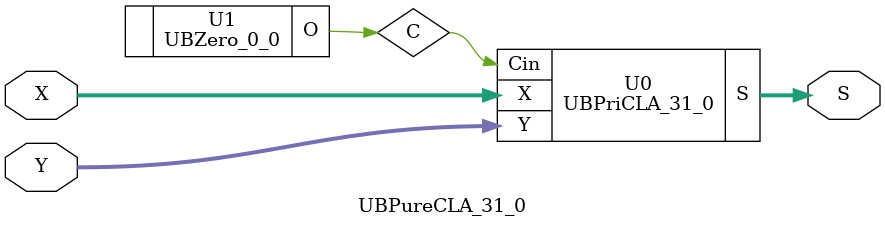
<source format=v>
/*----------------------------------------------------------------------------
  Copyright (c) 2021 Homma laboratory. All rights reserved.

  Top module: UBCLA_31_0_31_0

  Operand-1 length: 32
  Operand-2 length: 32
  Two-operand addition algorithm: Carry look-ahead adder
----------------------------------------------------------------------------*/

module GPGenerator(Go, Po, A, B);
  output Go;
  output Po;
  input A;
  input B;
  assign Go = A & B;
  assign Po = A ^ B;
endmodule

module CLAUnit_32(C, G, P, Cin);
  output [32:1] C;
  input Cin;
  input [31:0] G;
  input [31:0] P;
  assign C[1] = G[0] | ( P[0] & Cin );
  assign C[2] = G[1] | ( P[1] & G[0] ) | ( P[1] & P[0] & Cin );
  assign C[3] = G[2] | ( P[2] & G[1] ) | ( P[2] & P[1] & G[0] ) | ( P[2] & P[1] & P[0] & Cin );
  assign C[4] = G[3] | ( P[3] & G[2] ) | ( P[3] & P[2] & G[1] ) | ( P[3] & P[2] & P[1] & G[0] ) | ( P[3] & P[2] & P[1] & P[0] & Cin );
  assign C[5] = G[4] | ( P[4] & G[3] ) | ( P[4] & P[3] & G[2] ) | ( P[4] & P[3] & P[2] & G[1] ) | ( P[4] & P[3] & P[2] & P[1] & G[0] ) | ( P[4] & P[3] & P[2] & P[1] & P[0] & Cin );
  assign C[6] = G[5] | ( P[5] & G[4] ) | ( P[5] & P[4] & G[3] ) | ( P[5] & P[4] & P[3] & G[2] ) | ( P[5] & P[4] & P[3] & P[2] & G[1] ) | ( P[5] & P[4] & P[3] & P[2] & P[1] & G[0] ) | ( P[5] & P[4] & P[3]
 & P[2] & P[1] & P[0] & Cin );
  assign C[7] = G[6] | ( P[6] & G[5] ) | ( P[6] & P[5] & G[4] ) | ( P[6] & P[5] & P[4] & G[3] ) | ( P[6] & P[5] & P[4] & P[3] & G[2] ) | ( P[6] & P[5] & P[4] & P[3] & P[2] & G[1] ) | ( P[6] & P[5] & P[4]
 & P[3] & P[2] & P[1] & G[0] ) | ( P[6] & P[5] & P[4] & P[3] & P[2] & P[1] & P[0] & Cin );
  assign C[8] = G[7] | ( P[7] & G[6] ) | ( P[7] & P[6] & G[5] ) | ( P[7] & P[6] & P[5] & G[4] ) | ( P[7] & P[6] & P[5] & P[4] & G[3] ) | ( P[7] & P[6] & P[5] & P[4] & P[3] & G[2] ) | ( P[7] & P[6] & P[5]
 & P[4] & P[3] & P[2] & G[1] ) | ( P[7] & P[6] & P[5] & P[4] & P[3] & P[2] & P[1] & G[0] ) | ( P[7] & P[6] & P[5] & P[4] & P[3] & P[2] & P[1] & P[0] & Cin );
  assign C[9] = G[8] | ( P[8] & G[7] ) | ( P[8] & P[7] & G[6] ) | ( P[8] & P[7] & P[6] & G[5] ) | ( P[8] & P[7] & P[6] & P[5] & G[4] ) | ( P[8] & P[7] & P[6] & P[5] & P[4] & G[3] ) | ( P[8] & P[7] & P[6]
 & P[5] & P[4] & P[3] & G[2] ) | ( P[8] & P[7] & P[6] & P[5] & P[4] & P[3] & P[2] & G[1] ) | ( P[8] & P[7] & P[6] & P[5] & P[4] & P[3] & P[2] & P[1] & G[0] ) | ( P[8] & P[7] & P[6] & P[5] & P[4] & P[3]
 & P[2] & P[1] & P[0] & Cin );
  assign C[10] = G[9] | ( P[9] & G[8] ) | ( P[9] & P[8] & G[7] ) | ( P[9] & P[8] & P[7] & G[6] ) | ( P[9] & P[8] & P[7] & P[6] & G[5] ) | ( P[9] & P[8] & P[7] & P[6] & P[5] & G[4] ) | ( P[9] & P[8] & P[7]
 & P[6] & P[5] & P[4] & G[3] ) | ( P[9] & P[8] & P[7] & P[6] & P[5] & P[4] & P[3] & G[2] ) | ( P[9] & P[8] & P[7] & P[6] & P[5] & P[4] & P[3] & P[2] & G[1] ) | ( P[9] & P[8] & P[7] & P[6] & P[5] & P[4]
 & P[3] & P[2] & P[1] & G[0] ) | ( P[9] & P[8] & P[7] & P[6] & P[5] & P[4] & P[3] & P[2] & P[1] & P[0] & Cin );
  assign C[11] = G[10] | ( P[10] & G[9] ) | ( P[10] & P[9] & G[8] ) | ( P[10] & P[9] & P[8] & G[7] ) | ( P[10] & P[9] & P[8] & P[7] & G[6] ) | ( P[10] & P[9] & P[8] & P[7] & P[6] & G[5] ) | ( P[10] & P[9]
 & P[8] & P[7] & P[6] & P[5] & G[4] ) | ( P[10] & P[9] & P[8] & P[7] & P[6] & P[5] & P[4] & G[3] ) | ( P[10] & P[9] & P[8] & P[7] & P[6] & P[5] & P[4] & P[3] & G[2] ) | ( P[10] & P[9] & P[8] & P[7] & P[6]
 & P[5] & P[4] & P[3] & P[2] & G[1] ) | ( P[10] & P[9] & P[8] & P[7] & P[6] & P[5] & P[4] & P[3] & P[2] & P[1] & G[0] ) | ( P[10] & P[9] & P[8] & P[7] & P[6] & P[5] & P[4] & P[3] & P[2] & P[1] & P[0] &
 Cin );
  assign C[12] = G[11] | ( P[11] & G[10] ) | ( P[11] & P[10] & G[9] ) | ( P[11] & P[10] & P[9] & G[8] ) | ( P[11] & P[10] & P[9] & P[8] & G[7] ) | ( P[11] & P[10] & P[9] & P[8] & P[7] & G[6] ) | ( P[11]
 & P[10] & P[9] & P[8] & P[7] & P[6] & G[5] ) | ( P[11] & P[10] & P[9] & P[8] & P[7] & P[6] & P[5] & G[4] ) | ( P[11] & P[10] & P[9] & P[8] & P[7] & P[6] & P[5] & P[4] & G[3] ) | ( P[11] & P[10] & P[9]
 & P[8] & P[7] & P[6] & P[5] & P[4] & P[3] & G[2] ) | ( P[11] & P[10] & P[9] & P[8] & P[7] & P[6] & P[5] & P[4] & P[3] & P[2] & G[1] ) | ( P[11] & P[10] & P[9] & P[8] & P[7] & P[6] & P[5] & P[4] & P[3]
 & P[2] & P[1] & G[0] ) | ( P[11] & P[10] & P[9] & P[8] & P[7] & P[6] & P[5] & P[4] & P[3] & P[2] & P[1] & P[0] & Cin );
  assign C[13] = G[12] | ( P[12] & G[11] ) | ( P[12] & P[11] & G[10] ) | ( P[12] & P[11] & P[10] & G[9] ) | ( P[12] & P[11] & P[10] & P[9] & G[8] ) | ( P[12] & P[11] & P[10] & P[9] & P[8] & G[7] ) | ( P[12]
 & P[11] & P[10] & P[9] & P[8] & P[7] & G[6] ) | ( P[12] & P[11] & P[10] & P[9] & P[8] & P[7] & P[6] & G[5] ) | ( P[12] & P[11] & P[10] & P[9] & P[8] & P[7] & P[6] & P[5] & G[4] ) | ( P[12] & P[11] & P[10]
 & P[9] & P[8] & P[7] & P[6] & P[5] & P[4] & G[3] ) | ( P[12] & P[11] & P[10] & P[9] & P[8] & P[7] & P[6] & P[5] & P[4] & P[3] & G[2] ) | ( P[12] & P[11] & P[10] & P[9] & P[8] & P[7] & P[6] & P[5] & P[4]
 & P[3] & P[2] & G[1] ) | ( P[12] & P[11] & P[10] & P[9] & P[8] & P[7] & P[6] & P[5] & P[4] & P[3] & P[2] & P[1] & G[0] ) | ( P[12] & P[11] & P[10] & P[9] & P[8] & P[7] & P[6] & P[5] & P[4] & P[3] & P[2]
 & P[1] & P[0] & Cin );
  assign C[14] = G[13] | ( P[13] & G[12] ) | ( P[13] & P[12] & G[11] ) | ( P[13] & P[12] & P[11] & G[10] ) | ( P[13] & P[12] & P[11] & P[10] & G[9] ) | ( P[13] & P[12] & P[11] & P[10] & P[9] & G[8] ) |
 ( P[13] & P[12] & P[11] & P[10] & P[9] & P[8] & G[7] ) | ( P[13] & P[12] & P[11] & P[10] & P[9] & P[8] & P[7] & G[6] ) | ( P[13] & P[12] & P[11] & P[10] & P[9] & P[8] & P[7] & P[6] & G[5] ) | ( P[13] &
 P[12] & P[11] & P[10] & P[9] & P[8] & P[7] & P[6] & P[5] & G[4] ) | ( P[13] & P[12] & P[11] & P[10] & P[9] & P[8] & P[7] & P[6] & P[5] & P[4] & G[3] ) | ( P[13] & P[12] & P[11] & P[10] & P[9] & P[8] &
 P[7] & P[6] & P[5] & P[4] & P[3] & G[2] ) | ( P[13] & P[12] & P[11] & P[10] & P[9] & P[8] & P[7] & P[6] & P[5] & P[4] & P[3] & P[2] & G[1] ) | ( P[13] & P[12] & P[11] & P[10] & P[9] & P[8] & P[7] & P[6]
 & P[5] & P[4] & P[3] & P[2] & P[1] & G[0] ) | ( P[13] & P[12] & P[11] & P[10] & P[9] & P[8] & P[7] & P[6] & P[5] & P[4] & P[3] & P[2] & P[1] & P[0] & Cin );
  assign C[15] = G[14] | ( P[14] & G[13] ) | ( P[14] & P[13] & G[12] ) | ( P[14] & P[13] & P[12] & G[11] ) | ( P[14] & P[13] & P[12] & P[11] & G[10] ) | ( P[14] & P[13] & P[12] & P[11] & P[10] & G[9] )
 | ( P[14] & P[13] & P[12] & P[11] & P[10] & P[9] & G[8] ) | ( P[14] & P[13] & P[12] & P[11] & P[10] & P[9] & P[8] & G[7] ) | ( P[14] & P[13] & P[12] & P[11] & P[10] & P[9] & P[8] & P[7] & G[6] ) | ( P[14]
 & P[13] & P[12] & P[11] & P[10] & P[9] & P[8] & P[7] & P[6] & G[5] ) | ( P[14] & P[13] & P[12] & P[11] & P[10] & P[9] & P[8] & P[7] & P[6] & P[5] & G[4] ) | ( P[14] & P[13] & P[12] & P[11] & P[10] & P[9]
 & P[8] & P[7] & P[6] & P[5] & P[4] & G[3] ) | ( P[14] & P[13] & P[12] & P[11] & P[10] & P[9] & P[8] & P[7] & P[6] & P[5] & P[4] & P[3] & G[2] ) | ( P[14] & P[13] & P[12] & P[11] & P[10] & P[9] & P[8] &
 P[7] & P[6] & P[5] & P[4] & P[3] & P[2] & G[1] ) | ( P[14] & P[13] & P[12] & P[11] & P[10] & P[9] & P[8] & P[7] & P[6] & P[5] & P[4] & P[3] & P[2] & P[1] & G[0] ) | ( P[14] & P[13] & P[12] & P[11] & P[10]
 & P[9] & P[8] & P[7] & P[6] & P[5] & P[4] & P[3] & P[2] & P[1] & P[0] & Cin );
  assign C[16] = G[15] | ( P[15] & G[14] ) | ( P[15] & P[14] & G[13] ) | ( P[15] & P[14] & P[13] & G[12] ) | ( P[15] & P[14] & P[13] & P[12] & G[11] ) | ( P[15] & P[14] & P[13] & P[12] & P[11] & G[10] )
 | ( P[15] & P[14] & P[13] & P[12] & P[11] & P[10] & G[9] ) | ( P[15] & P[14] & P[13] & P[12] & P[11] & P[10] & P[9] & G[8] ) | ( P[15] & P[14] & P[13] & P[12] & P[11] & P[10] & P[9] & P[8] & G[7] ) | (
 P[15] & P[14] & P[13] & P[12] & P[11] & P[10] & P[9] & P[8] & P[7] & G[6] ) | ( P[15] & P[14] & P[13] & P[12] & P[11] & P[10] & P[9] & P[8] & P[7] & P[6] & G[5] ) | ( P[15] & P[14] & P[13] & P[12] & P[11]
 & P[10] & P[9] & P[8] & P[7] & P[6] & P[5] & G[4] ) | ( P[15] & P[14] & P[13] & P[12] & P[11] & P[10] & P[9] & P[8] & P[7] & P[6] & P[5] & P[4] & G[3] ) | ( P[15] & P[14] & P[13] & P[12] & P[11] & P[10]
 & P[9] & P[8] & P[7] & P[6] & P[5] & P[4] & P[3] & G[2] ) | ( P[15] & P[14] & P[13] & P[12] & P[11] & P[10] & P[9] & P[8] & P[7] & P[6] & P[5] & P[4] & P[3] & P[2] & G[1] ) | ( P[15] & P[14] & P[13] &
 P[12] & P[11] & P[10] & P[9] & P[8] & P[7] & P[6] & P[5] & P[4] & P[3] & P[2] & P[1] & G[0] ) | ( P[15] & P[14] & P[13] & P[12] & P[11] & P[10] & P[9] & P[8] & P[7] & P[6] & P[5] & P[4] & P[3] & P[2] &
 P[1] & P[0] & Cin );
  assign C[17] = G[16] | ( P[16] & G[15] ) | ( P[16] & P[15] & G[14] ) | ( P[16] & P[15] & P[14] & G[13] ) | ( P[16] & P[15] & P[14] & P[13] & G[12] ) | ( P[16] & P[15] & P[14] & P[13] & P[12] & G[11] )
 | ( P[16] & P[15] & P[14] & P[13] & P[12] & P[11] & G[10] ) | ( P[16] & P[15] & P[14] & P[13] & P[12] & P[11] & P[10] & G[9] ) | ( P[16] & P[15] & P[14] & P[13] & P[12] & P[11] & P[10] & P[9] & G[8] )
 | ( P[16] & P[15] & P[14] & P[13] & P[12] & P[11] & P[10] & P[9] & P[8] & G[7] ) | ( P[16] & P[15] & P[14] & P[13] & P[12] & P[11] & P[10] & P[9] & P[8] & P[7] & G[6] ) | ( P[16] & P[15] & P[14] & P[13]
 & P[12] & P[11] & P[10] & P[9] & P[8] & P[7] & P[6] & G[5] ) | ( P[16] & P[15] & P[14] & P[13] & P[12] & P[11] & P[10] & P[9] & P[8] & P[7] & P[6] & P[5] & G[4] ) | ( P[16] & P[15] & P[14] & P[13] & P[12]
 & P[11] & P[10] & P[9] & P[8] & P[7] & P[6] & P[5] & P[4] & G[3] ) | ( P[16] & P[15] & P[14] & P[13] & P[12] & P[11] & P[10] & P[9] & P[8] & P[7] & P[6] & P[5] & P[4] & P[3] & G[2] ) | ( P[16] & P[15]
 & P[14] & P[13] & P[12] & P[11] & P[10] & P[9] & P[8] & P[7] & P[6] & P[5] & P[4] & P[3] & P[2] & G[1] ) | ( P[16] & P[15] & P[14] & P[13] & P[12] & P[11] & P[10] & P[9] & P[8] & P[7] & P[6] & P[5] & P[4]
 & P[3] & P[2] & P[1] & G[0] ) | ( P[16] & P[15] & P[14] & P[13] & P[12] & P[11] & P[10] & P[9] & P[8] & P[7] & P[6] & P[5] & P[4] & P[3] & P[2] & P[1] & P[0] & Cin );
  assign C[18] = G[17] | ( P[17] & G[16] ) | ( P[17] & P[16] & G[15] ) | ( P[17] & P[16] & P[15] & G[14] ) | ( P[17] & P[16] & P[15] & P[14] & G[13] ) | ( P[17] & P[16] & P[15] & P[14] & P[13] & G[12] )
 | ( P[17] & P[16] & P[15] & P[14] & P[13] & P[12] & G[11] ) | ( P[17] & P[16] & P[15] & P[14] & P[13] & P[12] & P[11] & G[10] ) | ( P[17] & P[16] & P[15] & P[14] & P[13] & P[12] & P[11] & P[10] & G[9]
 ) | ( P[17] & P[16] & P[15] & P[14] & P[13] & P[12] & P[11] & P[10] & P[9] & G[8] ) | ( P[17] & P[16] & P[15] & P[14] & P[13] & P[12] & P[11] & P[10] & P[9] & P[8] & G[7] ) | ( P[17] & P[16] & P[15] &
 P[14] & P[13] & P[12] & P[11] & P[10] & P[9] & P[8] & P[7] & G[6] ) | ( P[17] & P[16] & P[15] & P[14] & P[13] & P[12] & P[11] & P[10] & P[9] & P[8] & P[7] & P[6] & G[5] ) | ( P[17] & P[16] & P[15] & P[14]
 & P[13] & P[12] & P[11] & P[10] & P[9] & P[8] & P[7] & P[6] & P[5] & G[4] ) | ( P[17] & P[16] & P[15] & P[14] & P[13] & P[12] & P[11] & P[10] & P[9] & P[8] & P[7] & P[6] & P[5] & P[4] & G[3] ) | ( P[17]
 & P[16] & P[15] & P[14] & P[13] & P[12] & P[11] & P[10] & P[9] & P[8] & P[7] & P[6] & P[5] & P[4] & P[3] & G[2] ) | ( P[17] & P[16] & P[15] & P[14] & P[13] & P[12] & P[11] & P[10] & P[9] & P[8] & P[7]
 & P[6] & P[5] & P[4] & P[3] & P[2] & G[1] ) | ( P[17] & P[16] & P[15] & P[14] & P[13] & P[12] & P[11] & P[10] & P[9] & P[8] & P[7] & P[6] & P[5] & P[4] & P[3] & P[2] & P[1] & G[0] ) | ( P[17] & P[16] &
 P[15] & P[14] & P[13] & P[12] & P[11] & P[10] & P[9] & P[8] & P[7] & P[6] & P[5] & P[4] & P[3] & P[2] & P[1] & P[0] & Cin );
  assign C[19] = G[18] | ( P[18] & G[17] ) | ( P[18] & P[17] & G[16] ) | ( P[18] & P[17] & P[16] & G[15] ) | ( P[18] & P[17] & P[16] & P[15] & G[14] ) | ( P[18] & P[17] & P[16] & P[15] & P[14] & G[13] )
 | ( P[18] & P[17] & P[16] & P[15] & P[14] & P[13] & G[12] ) | ( P[18] & P[17] & P[16] & P[15] & P[14] & P[13] & P[12] & G[11] ) | ( P[18] & P[17] & P[16] & P[15] & P[14] & P[13] & P[12] & P[11] & G[10]
 ) | ( P[18] & P[17] & P[16] & P[15] & P[14] & P[13] & P[12] & P[11] & P[10] & G[9] ) | ( P[18] & P[17] & P[16] & P[15] & P[14] & P[13] & P[12] & P[11] & P[10] & P[9] & G[8] ) | ( P[18] & P[17] & P[16]
 & P[15] & P[14] & P[13] & P[12] & P[11] & P[10] & P[9] & P[8] & G[7] ) | ( P[18] & P[17] & P[16] & P[15] & P[14] & P[13] & P[12] & P[11] & P[10] & P[9] & P[8] & P[7] & G[6] ) | ( P[18] & P[17] & P[16]
 & P[15] & P[14] & P[13] & P[12] & P[11] & P[10] & P[9] & P[8] & P[7] & P[6] & G[5] ) | ( P[18] & P[17] & P[16] & P[15] & P[14] & P[13] & P[12] & P[11] & P[10] & P[9] & P[8] & P[7] & P[6] & P[5] & G[4]
 ) | ( P[18] & P[17] & P[16] & P[15] & P[14] & P[13] & P[12] & P[11] & P[10] & P[9] & P[8] & P[7] & P[6] & P[5] & P[4] & G[3] ) | ( P[18] & P[17] & P[16] & P[15] & P[14] & P[13] & P[12] & P[11] & P[10]
 & P[9] & P[8] & P[7] & P[6] & P[5] & P[4] & P[3] & G[2] ) | ( P[18] & P[17] & P[16] & P[15] & P[14] & P[13] & P[12] & P[11] & P[10] & P[9] & P[8] & P[7] & P[6] & P[5] & P[4] & P[3] & P[2] & G[1] ) | (
 P[18] & P[17] & P[16] & P[15] & P[14] & P[13] & P[12] & P[11] & P[10] & P[9] & P[8] & P[7] & P[6] & P[5] & P[4] & P[3] & P[2] & P[1] & G[0] ) | ( P[18] & P[17] & P[16] & P[15] & P[14] & P[13] & P[12] &
 P[11] & P[10] & P[9] & P[8] & P[7] & P[6] & P[5] & P[4] & P[3] & P[2] & P[1] & P[0] & Cin );
  assign C[20] = G[19] | ( P[19] & G[18] ) | ( P[19] & P[18] & G[17] ) | ( P[19] & P[18] & P[17] & G[16] ) | ( P[19] & P[18] & P[17] & P[16] & G[15] ) | ( P[19] & P[18] & P[17] & P[16] & P[15] & G[14] )
 | ( P[19] & P[18] & P[17] & P[16] & P[15] & P[14] & G[13] ) | ( P[19] & P[18] & P[17] & P[16] & P[15] & P[14] & P[13] & G[12] ) | ( P[19] & P[18] & P[17] & P[16] & P[15] & P[14] & P[13] & P[12] & G[11]
 ) | ( P[19] & P[18] & P[17] & P[16] & P[15] & P[14] & P[13] & P[12] & P[11] & G[10] ) | ( P[19] & P[18] & P[17] & P[16] & P[15] & P[14] & P[13] & P[12] & P[11] & P[10] & G[9] ) | ( P[19] & P[18] & P[17]
 & P[16] & P[15] & P[14] & P[13] & P[12] & P[11] & P[10] & P[9] & G[8] ) | ( P[19] & P[18] & P[17] & P[16] & P[15] & P[14] & P[13] & P[12] & P[11] & P[10] & P[9] & P[8] & G[7] ) | ( P[19] & P[18] & P[17]
 & P[16] & P[15] & P[14] & P[13] & P[12] & P[11] & P[10] & P[9] & P[8] & P[7] & G[6] ) | ( P[19] & P[18] & P[17] & P[16] & P[15] & P[14] & P[13] & P[12] & P[11] & P[10] & P[9] & P[8] & P[7] & P[6] & G[5]
 ) | ( P[19] & P[18] & P[17] & P[16] & P[15] & P[14] & P[13] & P[12] & P[11] & P[10] & P[9] & P[8] & P[7] & P[6] & P[5] & G[4] ) | ( P[19] & P[18] & P[17] & P[16] & P[15] & P[14] & P[13] & P[12] & P[11]
 & P[10] & P[9] & P[8] & P[7] & P[6] & P[5] & P[4] & G[3] ) | ( P[19] & P[18] & P[17] & P[16] & P[15] & P[14] & P[13] & P[12] & P[11] & P[10] & P[9] & P[8] & P[7] & P[6] & P[5] & P[4] & P[3] & G[2] ) |
 ( P[19] & P[18] & P[17] & P[16] & P[15] & P[14] & P[13] & P[12] & P[11] & P[10] & P[9] & P[8] & P[7] & P[6] & P[5] & P[4] & P[3] & P[2] & G[1] ) | ( P[19] & P[18] & P[17] & P[16] & P[15] & P[14] & P[13]
 & P[12] & P[11] & P[10] & P[9] & P[8] & P[7] & P[6] & P[5] & P[4] & P[3] & P[2] & P[1] & G[0] ) | ( P[19] & P[18] & P[17] & P[16] & P[15] & P[14] & P[13] & P[12] & P[11] & P[10] & P[9] & P[8] & P[7] &
 P[6] & P[5] & P[4] & P[3] & P[2] & P[1] & P[0] & Cin );
  assign C[21] = G[20] | ( P[20] & G[19] ) | ( P[20] & P[19] & G[18] ) | ( P[20] & P[19] & P[18] & G[17] ) | ( P[20] & P[19] & P[18] & P[17] & G[16] ) | ( P[20] & P[19] & P[18] & P[17] & P[16] & G[15] )
 | ( P[20] & P[19] & P[18] & P[17] & P[16] & P[15] & G[14] ) | ( P[20] & P[19] & P[18] & P[17] & P[16] & P[15] & P[14] & G[13] ) | ( P[20] & P[19] & P[18] & P[17] & P[16] & P[15] & P[14] & P[13] & G[12]
 ) | ( P[20] & P[19] & P[18] & P[17] & P[16] & P[15] & P[14] & P[13] & P[12] & G[11] ) | ( P[20] & P[19] & P[18] & P[17] & P[16] & P[15] & P[14] & P[13] & P[12] & P[11] & G[10] ) | ( P[20] & P[19] & P[18]
 & P[17] & P[16] & P[15] & P[14] & P[13] & P[12] & P[11] & P[10] & G[9] ) | ( P[20] & P[19] & P[18] & P[17] & P[16] & P[15] & P[14] & P[13] & P[12] & P[11] & P[10] & P[9] & G[8] ) | ( P[20] & P[19] & P[18]
 & P[17] & P[16] & P[15] & P[14] & P[13] & P[12] & P[11] & P[10] & P[9] & P[8] & G[7] ) | ( P[20] & P[19] & P[18] & P[17] & P[16] & P[15] & P[14] & P[13] & P[12] & P[11] & P[10] & P[9] & P[8] & P[7] & G[6]
 ) | ( P[20] & P[19] & P[18] & P[17] & P[16] & P[15] & P[14] & P[13] & P[12] & P[11] & P[10] & P[9] & P[8] & P[7] & P[6] & G[5] ) | ( P[20] & P[19] & P[18] & P[17] & P[16] & P[15] & P[14] & P[13] & P[12]
 & P[11] & P[10] & P[9] & P[8] & P[7] & P[6] & P[5] & G[4] ) | ( P[20] & P[19] & P[18] & P[17] & P[16] & P[15] & P[14] & P[13] & P[12] & P[11] & P[10] & P[9] & P[8] & P[7] & P[6] & P[5] & P[4] & G[3] )
 | ( P[20] & P[19] & P[18] & P[17] & P[16] & P[15] & P[14] & P[13] & P[12] & P[11] & P[10] & P[9] & P[8] & P[7] & P[6] & P[5] & P[4] & P[3] & G[2] ) | ( P[20] & P[19] & P[18] & P[17] & P[16] & P[15] & P[14]
 & P[13] & P[12] & P[11] & P[10] & P[9] & P[8] & P[7] & P[6] & P[5] & P[4] & P[3] & P[2] & G[1] ) | ( P[20] & P[19] & P[18] & P[17] & P[16] & P[15] & P[14] & P[13] & P[12] & P[11] & P[10] & P[9] & P[8]
 & P[7] & P[6] & P[5] & P[4] & P[3] & P[2] & P[1] & G[0] ) | ( P[20] & P[19] & P[18] & P[17] & P[16] & P[15] & P[14] & P[13] & P[12] & P[11] & P[10] & P[9] & P[8] & P[7] & P[6] & P[5] & P[4] & P[3] & P[2]
 & P[1] & P[0] & Cin );
  assign C[22] = G[21] | ( P[21] & G[20] ) | ( P[21] & P[20] & G[19] ) | ( P[21] & P[20] & P[19] & G[18] ) | ( P[21] & P[20] & P[19] & P[18] & G[17] ) | ( P[21] & P[20] & P[19] & P[18] & P[17] & G[16] )
 | ( P[21] & P[20] & P[19] & P[18] & P[17] & P[16] & G[15] ) | ( P[21] & P[20] & P[19] & P[18] & P[17] & P[16] & P[15] & G[14] ) | ( P[21] & P[20] & P[19] & P[18] & P[17] & P[16] & P[15] & P[14] & G[13]
 ) | ( P[21] & P[20] & P[19] & P[18] & P[17] & P[16] & P[15] & P[14] & P[13] & G[12] ) | ( P[21] & P[20] & P[19] & P[18] & P[17] & P[16] & P[15] & P[14] & P[13] & P[12] & G[11] ) | ( P[21] & P[20] & P[19]
 & P[18] & P[17] & P[16] & P[15] & P[14] & P[13] & P[12] & P[11] & G[10] ) | ( P[21] & P[20] & P[19] & P[18] & P[17] & P[16] & P[15] & P[14] & P[13] & P[12] & P[11] & P[10] & G[9] ) | ( P[21] & P[20] &
 P[19] & P[18] & P[17] & P[16] & P[15] & P[14] & P[13] & P[12] & P[11] & P[10] & P[9] & G[8] ) | ( P[21] & P[20] & P[19] & P[18] & P[17] & P[16] & P[15] & P[14] & P[13] & P[12] & P[11] & P[10] & P[9] &
 P[8] & G[7] ) | ( P[21] & P[20] & P[19] & P[18] & P[17] & P[16] & P[15] & P[14] & P[13] & P[12] & P[11] & P[10] & P[9] & P[8] & P[7] & G[6] ) | ( P[21] & P[20] & P[19] & P[18] & P[17] & P[16] & P[15] &
 P[14] & P[13] & P[12] & P[11] & P[10] & P[9] & P[8] & P[7] & P[6] & G[5] ) | ( P[21] & P[20] & P[19] & P[18] & P[17] & P[16] & P[15] & P[14] & P[13] & P[12] & P[11] & P[10] & P[9] & P[8] & P[7] & P[6]
 & P[5] & G[4] ) | ( P[21] & P[20] & P[19] & P[18] & P[17] & P[16] & P[15] & P[14] & P[13] & P[12] & P[11] & P[10] & P[9] & P[8] & P[7] & P[6] & P[5] & P[4] & G[3] ) | ( P[21] & P[20] & P[19] & P[18] &
 P[17] & P[16] & P[15] & P[14] & P[13] & P[12] & P[11] & P[10] & P[9] & P[8] & P[7] & P[6] & P[5] & P[4] & P[3] & G[2] ) | ( P[21] & P[20] & P[19] & P[18] & P[17] & P[16] & P[15] & P[14] & P[13] & P[12]
 & P[11] & P[10] & P[9] & P[8] & P[7] & P[6] & P[5] & P[4] & P[3] & P[2] & G[1] ) | ( P[21] & P[20] & P[19] & P[18] & P[17] & P[16] & P[15] & P[14] & P[13] & P[12] & P[11] & P[10] & P[9] & P[8] & P[7] &
 P[6] & P[5] & P[4] & P[3] & P[2] & P[1] & G[0] ) | ( P[21] & P[20] & P[19] & P[18] & P[17] & P[16] & P[15] & P[14] & P[13] & P[12] & P[11] & P[10] & P[9] & P[8] & P[7] & P[6] & P[5] & P[4] & P[3] & P[2]
 & P[1] & P[0] & Cin );
  assign C[23] = G[22] | ( P[22] & G[21] ) | ( P[22] & P[21] & G[20] ) | ( P[22] & P[21] & P[20] & G[19] ) | ( P[22] & P[21] & P[20] & P[19] & G[18] ) | ( P[22] & P[21] & P[20] & P[19] & P[18] & G[17] )
 | ( P[22] & P[21] & P[20] & P[19] & P[18] & P[17] & G[16] ) | ( P[22] & P[21] & P[20] & P[19] & P[18] & P[17] & P[16] & G[15] ) | ( P[22] & P[21] & P[20] & P[19] & P[18] & P[17] & P[16] & P[15] & G[14]
 ) | ( P[22] & P[21] & P[20] & P[19] & P[18] & P[17] & P[16] & P[15] & P[14] & G[13] ) | ( P[22] & P[21] & P[20] & P[19] & P[18] & P[17] & P[16] & P[15] & P[14] & P[13] & G[12] ) | ( P[22] & P[21] & P[20]
 & P[19] & P[18] & P[17] & P[16] & P[15] & P[14] & P[13] & P[12] & G[11] ) | ( P[22] & P[21] & P[20] & P[19] & P[18] & P[17] & P[16] & P[15] & P[14] & P[13] & P[12] & P[11] & G[10] ) | ( P[22] & P[21] &
 P[20] & P[19] & P[18] & P[17] & P[16] & P[15] & P[14] & P[13] & P[12] & P[11] & P[10] & G[9] ) | ( P[22] & P[21] & P[20] & P[19] & P[18] & P[17] & P[16] & P[15] & P[14] & P[13] & P[12] & P[11] & P[10]
 & P[9] & G[8] ) | ( P[22] & P[21] & P[20] & P[19] & P[18] & P[17] & P[16] & P[15] & P[14] & P[13] & P[12] & P[11] & P[10] & P[9] & P[8] & G[7] ) | ( P[22] & P[21] & P[20] & P[19] & P[18] & P[17] & P[16]
 & P[15] & P[14] & P[13] & P[12] & P[11] & P[10] & P[9] & P[8] & P[7] & G[6] ) | ( P[22] & P[21] & P[20] & P[19] & P[18] & P[17] & P[16] & P[15] & P[14] & P[13] & P[12] & P[11] & P[10] & P[9] & P[8] & P[7]
 & P[6] & G[5] ) | ( P[22] & P[21] & P[20] & P[19] & P[18] & P[17] & P[16] & P[15] & P[14] & P[13] & P[12] & P[11] & P[10] & P[9] & P[8] & P[7] & P[6] & P[5] & G[4] ) | ( P[22] & P[21] & P[20] & P[19] &
 P[18] & P[17] & P[16] & P[15] & P[14] & P[13] & P[12] & P[11] & P[10] & P[9] & P[8] & P[7] & P[6] & P[5] & P[4] & G[3] ) | ( P[22] & P[21] & P[20] & P[19] & P[18] & P[17] & P[16] & P[15] & P[14] & P[13]
 & P[12] & P[11] & P[10] & P[9] & P[8] & P[7] & P[6] & P[5] & P[4] & P[3] & G[2] ) | ( P[22] & P[21] & P[20] & P[19] & P[18] & P[17] & P[16] & P[15] & P[14] & P[13] & P[12] & P[11] & P[10] & P[9] & P[8]
 & P[7] & P[6] & P[5] & P[4] & P[3] & P[2] & G[1] ) | ( P[22] & P[21] & P[20] & P[19] & P[18] & P[17] & P[16] & P[15] & P[14] & P[13] & P[12] & P[11] & P[10] & P[9] & P[8] & P[7] & P[6] & P[5] & P[4] &
 P[3] & P[2] & P[1] & G[0] ) | ( P[22] & P[21] & P[20] & P[19] & P[18] & P[17] & P[16] & P[15] & P[14] & P[13] & P[12] & P[11] & P[10] & P[9] & P[8] & P[7] & P[6] & P[5] & P[4] & P[3] & P[2] & P[1] & P[0]
 & Cin );
  assign C[24] = G[23] | ( P[23] & G[22] ) | ( P[23] & P[22] & G[21] ) | ( P[23] & P[22] & P[21] & G[20] ) | ( P[23] & P[22] & P[21] & P[20] & G[19] ) | ( P[23] & P[22] & P[21] & P[20] & P[19] & G[18] )
 | ( P[23] & P[22] & P[21] & P[20] & P[19] & P[18] & G[17] ) | ( P[23] & P[22] & P[21] & P[20] & P[19] & P[18] & P[17] & G[16] ) | ( P[23] & P[22] & P[21] & P[20] & P[19] & P[18] & P[17] & P[16] & G[15]
 ) | ( P[23] & P[22] & P[21] & P[20] & P[19] & P[18] & P[17] & P[16] & P[15] & G[14] ) | ( P[23] & P[22] & P[21] & P[20] & P[19] & P[18] & P[17] & P[16] & P[15] & P[14] & G[13] ) | ( P[23] & P[22] & P[21]
 & P[20] & P[19] & P[18] & P[17] & P[16] & P[15] & P[14] & P[13] & G[12] ) | ( P[23] & P[22] & P[21] & P[20] & P[19] & P[18] & P[17] & P[16] & P[15] & P[14] & P[13] & P[12] & G[11] ) | ( P[23] & P[22] &
 P[21] & P[20] & P[19] & P[18] & P[17] & P[16] & P[15] & P[14] & P[13] & P[12] & P[11] & G[10] ) | ( P[23] & P[22] & P[21] & P[20] & P[19] & P[18] & P[17] & P[16] & P[15] & P[14] & P[13] & P[12] & P[11]
 & P[10] & G[9] ) | ( P[23] & P[22] & P[21] & P[20] & P[19] & P[18] & P[17] & P[16] & P[15] & P[14] & P[13] & P[12] & P[11] & P[10] & P[9] & G[8] ) | ( P[23] & P[22] & P[21] & P[20] & P[19] & P[18] & P[17]
 & P[16] & P[15] & P[14] & P[13] & P[12] & P[11] & P[10] & P[9] & P[8] & G[7] ) | ( P[23] & P[22] & P[21] & P[20] & P[19] & P[18] & P[17] & P[16] & P[15] & P[14] & P[13] & P[12] & P[11] & P[10] & P[9] &
 P[8] & P[7] & G[6] ) | ( P[23] & P[22] & P[21] & P[20] & P[19] & P[18] & P[17] & P[16] & P[15] & P[14] & P[13] & P[12] & P[11] & P[10] & P[9] & P[8] & P[7] & P[6] & G[5] ) | ( P[23] & P[22] & P[21] & P[20]
 & P[19] & P[18] & P[17] & P[16] & P[15] & P[14] & P[13] & P[12] & P[11] & P[10] & P[9] & P[8] & P[7] & P[6] & P[5] & G[4] ) | ( P[23] & P[22] & P[21] & P[20] & P[19] & P[18] & P[17] & P[16] & P[15] & P[14]
 & P[13] & P[12] & P[11] & P[10] & P[9] & P[8] & P[7] & P[6] & P[5] & P[4] & G[3] ) | ( P[23] & P[22] & P[21] & P[20] & P[19] & P[18] & P[17] & P[16] & P[15] & P[14] & P[13] & P[12] & P[11] & P[10] & P[9]
 & P[8] & P[7] & P[6] & P[5] & P[4] & P[3] & G[2] ) | ( P[23] & P[22] & P[21] & P[20] & P[19] & P[18] & P[17] & P[16] & P[15] & P[14] & P[13] & P[12] & P[11] & P[10] & P[9] & P[8] & P[7] & P[6] & P[5] &
 P[4] & P[3] & P[2] & G[1] ) | ( P[23] & P[22] & P[21] & P[20] & P[19] & P[18] & P[17] & P[16] & P[15] & P[14] & P[13] & P[12] & P[11] & P[10] & P[9] & P[8] & P[7] & P[6] & P[5] & P[4] & P[3] & P[2] & P[1]
 & G[0] ) | ( P[23] & P[22] & P[21] & P[20] & P[19] & P[18] & P[17] & P[16] & P[15] & P[14] & P[13] & P[12] & P[11] & P[10] & P[9] & P[8] & P[7] & P[6] & P[5] & P[4] & P[3] & P[2] & P[1] & P[0] & Cin );
  assign C[25] = G[24] | ( P[24] & G[23] ) | ( P[24] & P[23] & G[22] ) | ( P[24] & P[23] & P[22] & G[21] ) | ( P[24] & P[23] & P[22] & P[21] & G[20] ) | ( P[24] & P[23] & P[22] & P[21] & P[20] & G[19] )
 | ( P[24] & P[23] & P[22] & P[21] & P[20] & P[19] & G[18] ) | ( P[24] & P[23] & P[22] & P[21] & P[20] & P[19] & P[18] & G[17] ) | ( P[24] & P[23] & P[22] & P[21] & P[20] & P[19] & P[18] & P[17] & G[16]
 ) | ( P[24] & P[23] & P[22] & P[21] & P[20] & P[19] & P[18] & P[17] & P[16] & G[15] ) | ( P[24] & P[23] & P[22] & P[21] & P[20] & P[19] & P[18] & P[17] & P[16] & P[15] & G[14] ) | ( P[24] & P[23] & P[22]
 & P[21] & P[20] & P[19] & P[18] & P[17] & P[16] & P[15] & P[14] & G[13] ) | ( P[24] & P[23] & P[22] & P[21] & P[20] & P[19] & P[18] & P[17] & P[16] & P[15] & P[14] & P[13] & G[12] ) | ( P[24] & P[23] &
 P[22] & P[21] & P[20] & P[19] & P[18] & P[17] & P[16] & P[15] & P[14] & P[13] & P[12] & G[11] ) | ( P[24] & P[23] & P[22] & P[21] & P[20] & P[19] & P[18] & P[17] & P[16] & P[15] & P[14] & P[13] & P[12]
 & P[11] & G[10] ) | ( P[24] & P[23] & P[22] & P[21] & P[20] & P[19] & P[18] & P[17] & P[16] & P[15] & P[14] & P[13] & P[12] & P[11] & P[10] & G[9] ) | ( P[24] & P[23] & P[22] & P[21] & P[20] & P[19] &
 P[18] & P[17] & P[16] & P[15] & P[14] & P[13] & P[12] & P[11] & P[10] & P[9] & G[8] ) | ( P[24] & P[23] & P[22] & P[21] & P[20] & P[19] & P[18] & P[17] & P[16] & P[15] & P[14] & P[13] & P[12] & P[11] &
 P[10] & P[9] & P[8] & G[7] ) | ( P[24] & P[23] & P[22] & P[21] & P[20] & P[19] & P[18] & P[17] & P[16] & P[15] & P[14] & P[13] & P[12] & P[11] & P[10] & P[9] & P[8] & P[7] & G[6] ) | ( P[24] & P[23] &
 P[22] & P[21] & P[20] & P[19] & P[18] & P[17] & P[16] & P[15] & P[14] & P[13] & P[12] & P[11] & P[10] & P[9] & P[8] & P[7] & P[6] & G[5] ) | ( P[24] & P[23] & P[22] & P[21] & P[20] & P[19] & P[18] & P[17]
 & P[16] & P[15] & P[14] & P[13] & P[12] & P[11] & P[10] & P[9] & P[8] & P[7] & P[6] & P[5] & G[4] ) | ( P[24] & P[23] & P[22] & P[21] & P[20] & P[19] & P[18] & P[17] & P[16] & P[15] & P[14] & P[13] & P[12]
 & P[11] & P[10] & P[9] & P[8] & P[7] & P[6] & P[5] & P[4] & G[3] ) | ( P[24] & P[23] & P[22] & P[21] & P[20] & P[19] & P[18] & P[17] & P[16] & P[15] & P[14] & P[13] & P[12] & P[11] & P[10] & P[9] & P[8]
 & P[7] & P[6] & P[5] & P[4] & P[3] & G[2] ) | ( P[24] & P[23] & P[22] & P[21] & P[20] & P[19] & P[18] & P[17] & P[16] & P[15] & P[14] & P[13] & P[12] & P[11] & P[10] & P[9] & P[8] & P[7] & P[6] & P[5]
 & P[4] & P[3] & P[2] & G[1] ) | ( P[24] & P[23] & P[22] & P[21] & P[20] & P[19] & P[18] & P[17] & P[16] & P[15] & P[14] & P[13] & P[12] & P[11] & P[10] & P[9] & P[8] & P[7] & P[6] & P[5] & P[4] & P[3]
 & P[2] & P[1] & G[0] ) | ( P[24] & P[23] & P[22] & P[21] & P[20] & P[19] & P[18] & P[17] & P[16] & P[15] & P[14] & P[13] & P[12] & P[11] & P[10] & P[9] & P[8] & P[7] & P[6] & P[5] & P[4] & P[3] & P[2]
 & P[1] & P[0] & Cin );
  assign C[26] = G[25] | ( P[25] & G[24] ) | ( P[25] & P[24] & G[23] ) | ( P[25] & P[24] & P[23] & G[22] ) | ( P[25] & P[24] & P[23] & P[22] & G[21] ) | ( P[25] & P[24] & P[23] & P[22] & P[21] & G[20] )
 | ( P[25] & P[24] & P[23] & P[22] & P[21] & P[20] & G[19] ) | ( P[25] & P[24] & P[23] & P[22] & P[21] & P[20] & P[19] & G[18] ) | ( P[25] & P[24] & P[23] & P[22] & P[21] & P[20] & P[19] & P[18] & G[17]
 ) | ( P[25] & P[24] & P[23] & P[22] & P[21] & P[20] & P[19] & P[18] & P[17] & G[16] ) | ( P[25] & P[24] & P[23] & P[22] & P[21] & P[20] & P[19] & P[18] & P[17] & P[16] & G[15] ) | ( P[25] & P[24] & P[23]
 & P[22] & P[21] & P[20] & P[19] & P[18] & P[17] & P[16] & P[15] & G[14] ) | ( P[25] & P[24] & P[23] & P[22] & P[21] & P[20] & P[19] & P[18] & P[17] & P[16] & P[15] & P[14] & G[13] ) | ( P[25] & P[24] &
 P[23] & P[22] & P[21] & P[20] & P[19] & P[18] & P[17] & P[16] & P[15] & P[14] & P[13] & G[12] ) | ( P[25] & P[24] & P[23] & P[22] & P[21] & P[20] & P[19] & P[18] & P[17] & P[16] & P[15] & P[14] & P[13]
 & P[12] & G[11] ) | ( P[25] & P[24] & P[23] & P[22] & P[21] & P[20] & P[19] & P[18] & P[17] & P[16] & P[15] & P[14] & P[13] & P[12] & P[11] & G[10] ) | ( P[25] & P[24] & P[23] & P[22] & P[21] & P[20] &
 P[19] & P[18] & P[17] & P[16] & P[15] & P[14] & P[13] & P[12] & P[11] & P[10] & G[9] ) | ( P[25] & P[24] & P[23] & P[22] & P[21] & P[20] & P[19] & P[18] & P[17] & P[16] & P[15] & P[14] & P[13] & P[12]
 & P[11] & P[10] & P[9] & G[8] ) | ( P[25] & P[24] & P[23] & P[22] & P[21] & P[20] & P[19] & P[18] & P[17] & P[16] & P[15] & P[14] & P[13] & P[12] & P[11] & P[10] & P[9] & P[8] & G[7] ) | ( P[25] & P[24]
 & P[23] & P[22] & P[21] & P[20] & P[19] & P[18] & P[17] & P[16] & P[15] & P[14] & P[13] & P[12] & P[11] & P[10] & P[9] & P[8] & P[7] & G[6] ) | ( P[25] & P[24] & P[23] & P[22] & P[21] & P[20] & P[19] &
 P[18] & P[17] & P[16] & P[15] & P[14] & P[13] & P[12] & P[11] & P[10] & P[9] & P[8] & P[7] & P[6] & G[5] ) | ( P[25] & P[24] & P[23] & P[22] & P[21] & P[20] & P[19] & P[18] & P[17] & P[16] & P[15] & P[14]
 & P[13] & P[12] & P[11] & P[10] & P[9] & P[8] & P[7] & P[6] & P[5] & G[4] ) | ( P[25] & P[24] & P[23] & P[22] & P[21] & P[20] & P[19] & P[18] & P[17] & P[16] & P[15] & P[14] & P[13] & P[12] & P[11] & P[10]
 & P[9] & P[8] & P[7] & P[6] & P[5] & P[4] & G[3] ) | ( P[25] & P[24] & P[23] & P[22] & P[21] & P[20] & P[19] & P[18] & P[17] & P[16] & P[15] & P[14] & P[13] & P[12] & P[11] & P[10] & P[9] & P[8] & P[7]
 & P[6] & P[5] & P[4] & P[3] & G[2] ) | ( P[25] & P[24] & P[23] & P[22] & P[21] & P[20] & P[19] & P[18] & P[17] & P[16] & P[15] & P[14] & P[13] & P[12] & P[11] & P[10] & P[9] & P[8] & P[7] & P[6] & P[5]
 & P[4] & P[3] & P[2] & G[1] ) | ( P[25] & P[24] & P[23] & P[22] & P[21] & P[20] & P[19] & P[18] & P[17] & P[16] & P[15] & P[14] & P[13] & P[12] & P[11] & P[10] & P[9] & P[8] & P[7] & P[6] & P[5] & P[4]
 & P[3] & P[2] & P[1] & G[0] ) | ( P[25] & P[24] & P[23] & P[22] & P[21] & P[20] & P[19] & P[18] & P[17] & P[16] & P[15] & P[14] & P[13] & P[12] & P[11] & P[10] & P[9] & P[8] & P[7] & P[6] & P[5] & P[4]
 & P[3] & P[2] & P[1] & P[0] & Cin );
  assign C[27] = G[26] | ( P[26] & G[25] ) | ( P[26] & P[25] & G[24] ) | ( P[26] & P[25] & P[24] & G[23] ) | ( P[26] & P[25] & P[24] & P[23] & G[22] ) | ( P[26] & P[25] & P[24] & P[23] & P[22] & G[21] )
 | ( P[26] & P[25] & P[24] & P[23] & P[22] & P[21] & G[20] ) | ( P[26] & P[25] & P[24] & P[23] & P[22] & P[21] & P[20] & G[19] ) | ( P[26] & P[25] & P[24] & P[23] & P[22] & P[21] & P[20] & P[19] & G[18]
 ) | ( P[26] & P[25] & P[24] & P[23] & P[22] & P[21] & P[20] & P[19] & P[18] & G[17] ) | ( P[26] & P[25] & P[24] & P[23] & P[22] & P[21] & P[20] & P[19] & P[18] & P[17] & G[16] ) | ( P[26] & P[25] & P[24]
 & P[23] & P[22] & P[21] & P[20] & P[19] & P[18] & P[17] & P[16] & G[15] ) | ( P[26] & P[25] & P[24] & P[23] & P[22] & P[21] & P[20] & P[19] & P[18] & P[17] & P[16] & P[15] & G[14] ) | ( P[26] & P[25] &
 P[24] & P[23] & P[22] & P[21] & P[20] & P[19] & P[18] & P[17] & P[16] & P[15] & P[14] & G[13] ) | ( P[26] & P[25] & P[24] & P[23] & P[22] & P[21] & P[20] & P[19] & P[18] & P[17] & P[16] & P[15] & P[14]
 & P[13] & G[12] ) | ( P[26] & P[25] & P[24] & P[23] & P[22] & P[21] & P[20] & P[19] & P[18] & P[17] & P[16] & P[15] & P[14] & P[13] & P[12] & G[11] ) | ( P[26] & P[25] & P[24] & P[23] & P[22] & P[21] &
 P[20] & P[19] & P[18] & P[17] & P[16] & P[15] & P[14] & P[13] & P[12] & P[11] & G[10] ) | ( P[26] & P[25] & P[24] & P[23] & P[22] & P[21] & P[20] & P[19] & P[18] & P[17] & P[16] & P[15] & P[14] & P[13]
 & P[12] & P[11] & P[10] & G[9] ) | ( P[26] & P[25] & P[24] & P[23] & P[22] & P[21] & P[20] & P[19] & P[18] & P[17] & P[16] & P[15] & P[14] & P[13] & P[12] & P[11] & P[10] & P[9] & G[8] ) | ( P[26] & P[25]
 & P[24] & P[23] & P[22] & P[21] & P[20] & P[19] & P[18] & P[17] & P[16] & P[15] & P[14] & P[13] & P[12] & P[11] & P[10] & P[9] & P[8] & G[7] ) | ( P[26] & P[25] & P[24] & P[23] & P[22] & P[21] & P[20]
 & P[19] & P[18] & P[17] & P[16] & P[15] & P[14] & P[13] & P[12] & P[11] & P[10] & P[9] & P[8] & P[7] & G[6] ) | ( P[26] & P[25] & P[24] & P[23] & P[22] & P[21] & P[20] & P[19] & P[18] & P[17] & P[16] &
 P[15] & P[14] & P[13] & P[12] & P[11] & P[10] & P[9] & P[8] & P[7] & P[6] & G[5] ) | ( P[26] & P[25] & P[24] & P[23] & P[22] & P[21] & P[20] & P[19] & P[18] & P[17] & P[16] & P[15] & P[14] & P[13] & P[12]
 & P[11] & P[10] & P[9] & P[8] & P[7] & P[6] & P[5] & G[4] ) | ( P[26] & P[25] & P[24] & P[23] & P[22] & P[21] & P[20] & P[19] & P[18] & P[17] & P[16] & P[15] & P[14] & P[13] & P[12] & P[11] & P[10] & P[9]
 & P[8] & P[7] & P[6] & P[5] & P[4] & G[3] ) | ( P[26] & P[25] & P[24] & P[23] & P[22] & P[21] & P[20] & P[19] & P[18] & P[17] & P[16] & P[15] & P[14] & P[13] & P[12] & P[11] & P[10] & P[9] & P[8] & P[7]
 & P[6] & P[5] & P[4] & P[3] & G[2] ) | ( P[26] & P[25] & P[24] & P[23] & P[22] & P[21] & P[20] & P[19] & P[18] & P[17] & P[16] & P[15] & P[14] & P[13] & P[12] & P[11] & P[10] & P[9] & P[8] & P[7] & P[6]
 & P[5] & P[4] & P[3] & P[2] & G[1] ) | ( P[26] & P[25] & P[24] & P[23] & P[22] & P[21] & P[20] & P[19] & P[18] & P[17] & P[16] & P[15] & P[14] & P[13] & P[12] & P[11] & P[10] & P[9] & P[8] & P[7] & P[6]
 & P[5] & P[4] & P[3] & P[2] & P[1] & G[0] ) | ( P[26] & P[25] & P[24] & P[23] & P[22] & P[21] & P[20] & P[19] & P[18] & P[17] & P[16] & P[15] & P[14] & P[13] & P[12] & P[11] & P[10] & P[9] & P[8] & P[7]
 & P[6] & P[5] & P[4] & P[3] & P[2] & P[1] & P[0] & Cin );
  assign C[28] = G[27] | ( P[27] & G[26] ) | ( P[27] & P[26] & G[25] ) | ( P[27] & P[26] & P[25] & G[24] ) | ( P[27] & P[26] & P[25] & P[24] & G[23] ) | ( P[27] & P[26] & P[25] & P[24] & P[23] & G[22] )
 | ( P[27] & P[26] & P[25] & P[24] & P[23] & P[22] & G[21] ) | ( P[27] & P[26] & P[25] & P[24] & P[23] & P[22] & P[21] & G[20] ) | ( P[27] & P[26] & P[25] & P[24] & P[23] & P[22] & P[21] & P[20] & G[19]
 ) | ( P[27] & P[26] & P[25] & P[24] & P[23] & P[22] & P[21] & P[20] & P[19] & G[18] ) | ( P[27] & P[26] & P[25] & P[24] & P[23] & P[22] & P[21] & P[20] & P[19] & P[18] & G[17] ) | ( P[27] & P[26] & P[25]
 & P[24] & P[23] & P[22] & P[21] & P[20] & P[19] & P[18] & P[17] & G[16] ) | ( P[27] & P[26] & P[25] & P[24] & P[23] & P[22] & P[21] & P[20] & P[19] & P[18] & P[17] & P[16] & G[15] ) | ( P[27] & P[26] &
 P[25] & P[24] & P[23] & P[22] & P[21] & P[20] & P[19] & P[18] & P[17] & P[16] & P[15] & G[14] ) | ( P[27] & P[26] & P[25] & P[24] & P[23] & P[22] & P[21] & P[20] & P[19] & P[18] & P[17] & P[16] & P[15]
 & P[14] & G[13] ) | ( P[27] & P[26] & P[25] & P[24] & P[23] & P[22] & P[21] & P[20] & P[19] & P[18] & P[17] & P[16] & P[15] & P[14] & P[13] & G[12] ) | ( P[27] & P[26] & P[25] & P[24] & P[23] & P[22] &
 P[21] & P[20] & P[19] & P[18] & P[17] & P[16] & P[15] & P[14] & P[13] & P[12] & G[11] ) | ( P[27] & P[26] & P[25] & P[24] & P[23] & P[22] & P[21] & P[20] & P[19] & P[18] & P[17] & P[16] & P[15] & P[14]
 & P[13] & P[12] & P[11] & G[10] ) | ( P[27] & P[26] & P[25] & P[24] & P[23] & P[22] & P[21] & P[20] & P[19] & P[18] & P[17] & P[16] & P[15] & P[14] & P[13] & P[12] & P[11] & P[10] & G[9] ) | ( P[27] &
 P[26] & P[25] & P[24] & P[23] & P[22] & P[21] & P[20] & P[19] & P[18] & P[17] & P[16] & P[15] & P[14] & P[13] & P[12] & P[11] & P[10] & P[9] & G[8] ) | ( P[27] & P[26] & P[25] & P[24] & P[23] & P[22] &
 P[21] & P[20] & P[19] & P[18] & P[17] & P[16] & P[15] & P[14] & P[13] & P[12] & P[11] & P[10] & P[9] & P[8] & G[7] ) | ( P[27] & P[26] & P[25] & P[24] & P[23] & P[22] & P[21] & P[20] & P[19] & P[18] &
 P[17] & P[16] & P[15] & P[14] & P[13] & P[12] & P[11] & P[10] & P[9] & P[8] & P[7] & G[6] ) | ( P[27] & P[26] & P[25] & P[24] & P[23] & P[22] & P[21] & P[20] & P[19] & P[18] & P[17] & P[16] & P[15] & P[14]
 & P[13] & P[12] & P[11] & P[10] & P[9] & P[8] & P[7] & P[6] & G[5] ) | ( P[27] & P[26] & P[25] & P[24] & P[23] & P[22] & P[21] & P[20] & P[19] & P[18] & P[17] & P[16] & P[15] & P[14] & P[13] & P[12] &
 P[11] & P[10] & P[9] & P[8] & P[7] & P[6] & P[5] & G[4] ) | ( P[27] & P[26] & P[25] & P[24] & P[23] & P[22] & P[21] & P[20] & P[19] & P[18] & P[17] & P[16] & P[15] & P[14] & P[13] & P[12] & P[11] & P[10]
 & P[9] & P[8] & P[7] & P[6] & P[5] & P[4] & G[3] ) | ( P[27] & P[26] & P[25] & P[24] & P[23] & P[22] & P[21] & P[20] & P[19] & P[18] & P[17] & P[16] & P[15] & P[14] & P[13] & P[12] & P[11] & P[10] & P[9]
 & P[8] & P[7] & P[6] & P[5] & P[4] & P[3] & G[2] ) | ( P[27] & P[26] & P[25] & P[24] & P[23] & P[22] & P[21] & P[20] & P[19] & P[18] & P[17] & P[16] & P[15] & P[14] & P[13] & P[12] & P[11] & P[10] & P[9]
 & P[8] & P[7] & P[6] & P[5] & P[4] & P[3] & P[2] & G[1] ) | ( P[27] & P[26] & P[25] & P[24] & P[23] & P[22] & P[21] & P[20] & P[19] & P[18] & P[17] & P[16] & P[15] & P[14] & P[13] & P[12] & P[11] & P[10]
 & P[9] & P[8] & P[7] & P[6] & P[5] & P[4] & P[3] & P[2] & P[1] & G[0] ) | ( P[27] & P[26] & P[25] & P[24] & P[23] & P[22] & P[21] & P[20] & P[19] & P[18] & P[17] & P[16] & P[15] & P[14] & P[13] & P[12]
 & P[11] & P[10] & P[9] & P[8] & P[7] & P[6] & P[5] & P[4] & P[3] & P[2] & P[1] & P[0] & Cin );
  assign C[29] = G[28] | ( P[28] & G[27] ) | ( P[28] & P[27] & G[26] ) | ( P[28] & P[27] & P[26] & G[25] ) | ( P[28] & P[27] & P[26] & P[25] & G[24] ) | ( P[28] & P[27] & P[26] & P[25] & P[24] & G[23] )
 | ( P[28] & P[27] & P[26] & P[25] & P[24] & P[23] & G[22] ) | ( P[28] & P[27] & P[26] & P[25] & P[24] & P[23] & P[22] & G[21] ) | ( P[28] & P[27] & P[26] & P[25] & P[24] & P[23] & P[22] & P[21] & G[20]
 ) | ( P[28] & P[27] & P[26] & P[25] & P[24] & P[23] & P[22] & P[21] & P[20] & G[19] ) | ( P[28] & P[27] & P[26] & P[25] & P[24] & P[23] & P[22] & P[21] & P[20] & P[19] & G[18] ) | ( P[28] & P[27] & P[26]
 & P[25] & P[24] & P[23] & P[22] & P[21] & P[20] & P[19] & P[18] & G[17] ) | ( P[28] & P[27] & P[26] & P[25] & P[24] & P[23] & P[22] & P[21] & P[20] & P[19] & P[18] & P[17] & G[16] ) | ( P[28] & P[27] &
 P[26] & P[25] & P[24] & P[23] & P[22] & P[21] & P[20] & P[19] & P[18] & P[17] & P[16] & G[15] ) | ( P[28] & P[27] & P[26] & P[25] & P[24] & P[23] & P[22] & P[21] & P[20] & P[19] & P[18] & P[17] & P[16]
 & P[15] & G[14] ) | ( P[28] & P[27] & P[26] & P[25] & P[24] & P[23] & P[22] & P[21] & P[20] & P[19] & P[18] & P[17] & P[16] & P[15] & P[14] & G[13] ) | ( P[28] & P[27] & P[26] & P[25] & P[24] & P[23] &
 P[22] & P[21] & P[20] & P[19] & P[18] & P[17] & P[16] & P[15] & P[14] & P[13] & G[12] ) | ( P[28] & P[27] & P[26] & P[25] & P[24] & P[23] & P[22] & P[21] & P[20] & P[19] & P[18] & P[17] & P[16] & P[15]
 & P[14] & P[13] & P[12] & G[11] ) | ( P[28] & P[27] & P[26] & P[25] & P[24] & P[23] & P[22] & P[21] & P[20] & P[19] & P[18] & P[17] & P[16] & P[15] & P[14] & P[13] & P[12] & P[11] & G[10] ) | ( P[28] &
 P[27] & P[26] & P[25] & P[24] & P[23] & P[22] & P[21] & P[20] & P[19] & P[18] & P[17] & P[16] & P[15] & P[14] & P[13] & P[12] & P[11] & P[10] & G[9] ) | ( P[28] & P[27] & P[26] & P[25] & P[24] & P[23]
 & P[22] & P[21] & P[20] & P[19] & P[18] & P[17] & P[16] & P[15] & P[14] & P[13] & P[12] & P[11] & P[10] & P[9] & G[8] ) | ( P[28] & P[27] & P[26] & P[25] & P[24] & P[23] & P[22] & P[21] & P[20] & P[19]
 & P[18] & P[17] & P[16] & P[15] & P[14] & P[13] & P[12] & P[11] & P[10] & P[9] & P[8] & G[7] ) | ( P[28] & P[27] & P[26] & P[25] & P[24] & P[23] & P[22] & P[21] & P[20] & P[19] & P[18] & P[17] & P[16]
 & P[15] & P[14] & P[13] & P[12] & P[11] & P[10] & P[9] & P[8] & P[7] & G[6] ) | ( P[28] & P[27] & P[26] & P[25] & P[24] & P[23] & P[22] & P[21] & P[20] & P[19] & P[18] & P[17] & P[16] & P[15] & P[14] &
 P[13] & P[12] & P[11] & P[10] & P[9] & P[8] & P[7] & P[6] & G[5] ) | ( P[28] & P[27] & P[26] & P[25] & P[24] & P[23] & P[22] & P[21] & P[20] & P[19] & P[18] & P[17] & P[16] & P[15] & P[14] & P[13] & P[12]
 & P[11] & P[10] & P[9] & P[8] & P[7] & P[6] & P[5] & G[4] ) | ( P[28] & P[27] & P[26] & P[25] & P[24] & P[23] & P[22] & P[21] & P[20] & P[19] & P[18] & P[17] & P[16] & P[15] & P[14] & P[13] & P[12] & P[11]
 & P[10] & P[9] & P[8] & P[7] & P[6] & P[5] & P[4] & G[3] ) | ( P[28] & P[27] & P[26] & P[25] & P[24] & P[23] & P[22] & P[21] & P[20] & P[19] & P[18] & P[17] & P[16] & P[15] & P[14] & P[13] & P[12] & P[11]
 & P[10] & P[9] & P[8] & P[7] & P[6] & P[5] & P[4] & P[3] & G[2] ) | ( P[28] & P[27] & P[26] & P[25] & P[24] & P[23] & P[22] & P[21] & P[20] & P[19] & P[18] & P[17] & P[16] & P[15] & P[14] & P[13] & P[12]
 & P[11] & P[10] & P[9] & P[8] & P[7] & P[6] & P[5] & P[4] & P[3] & P[2] & G[1] ) | ( P[28] & P[27] & P[26] & P[25] & P[24] & P[23] & P[22] & P[21] & P[20] & P[19] & P[18] & P[17] & P[16] & P[15] & P[14]
 & P[13] & P[12] & P[11] & P[10] & P[9] & P[8] & P[7] & P[6] & P[5] & P[4] & P[3] & P[2] & P[1] & G[0] ) | ( P[28] & P[27] & P[26] & P[25] & P[24] & P[23] & P[22] & P[21] & P[20] & P[19] & P[18] & P[17]
 & P[16] & P[15] & P[14] & P[13] & P[12] & P[11] & P[10] & P[9] & P[8] & P[7] & P[6] & P[5] & P[4] & P[3] & P[2] & P[1] & P[0] & Cin );
  assign C[30] = G[29] | ( P[29] & G[28] ) | ( P[29] & P[28] & G[27] ) | ( P[29] & P[28] & P[27] & G[26] ) | ( P[29] & P[28] & P[27] & P[26] & G[25] ) | ( P[29] & P[28] & P[27] & P[26] & P[25] & G[24] )
 | ( P[29] & P[28] & P[27] & P[26] & P[25] & P[24] & G[23] ) | ( P[29] & P[28] & P[27] & P[26] & P[25] & P[24] & P[23] & G[22] ) | ( P[29] & P[28] & P[27] & P[26] & P[25] & P[24] & P[23] & P[22] & G[21]
 ) | ( P[29] & P[28] & P[27] & P[26] & P[25] & P[24] & P[23] & P[22] & P[21] & G[20] ) | ( P[29] & P[28] & P[27] & P[26] & P[25] & P[24] & P[23] & P[22] & P[21] & P[20] & G[19] ) | ( P[29] & P[28] & P[27]
 & P[26] & P[25] & P[24] & P[23] & P[22] & P[21] & P[20] & P[19] & G[18] ) | ( P[29] & P[28] & P[27] & P[26] & P[25] & P[24] & P[23] & P[22] & P[21] & P[20] & P[19] & P[18] & G[17] ) | ( P[29] & P[28] &
 P[27] & P[26] & P[25] & P[24] & P[23] & P[22] & P[21] & P[20] & P[19] & P[18] & P[17] & G[16] ) | ( P[29] & P[28] & P[27] & P[26] & P[25] & P[24] & P[23] & P[22] & P[21] & P[20] & P[19] & P[18] & P[17]
 & P[16] & G[15] ) | ( P[29] & P[28] & P[27] & P[26] & P[25] & P[24] & P[23] & P[22] & P[21] & P[20] & P[19] & P[18] & P[17] & P[16] & P[15] & G[14] ) | ( P[29] & P[28] & P[27] & P[26] & P[25] & P[24] &
 P[23] & P[22] & P[21] & P[20] & P[19] & P[18] & P[17] & P[16] & P[15] & P[14] & G[13] ) | ( P[29] & P[28] & P[27] & P[26] & P[25] & P[24] & P[23] & P[22] & P[21] & P[20] & P[19] & P[18] & P[17] & P[16]
 & P[15] & P[14] & P[13] & G[12] ) | ( P[29] & P[28] & P[27] & P[26] & P[25] & P[24] & P[23] & P[22] & P[21] & P[20] & P[19] & P[18] & P[17] & P[16] & P[15] & P[14] & P[13] & P[12] & G[11] ) | ( P[29] &
 P[28] & P[27] & P[26] & P[25] & P[24] & P[23] & P[22] & P[21] & P[20] & P[19] & P[18] & P[17] & P[16] & P[15] & P[14] & P[13] & P[12] & P[11] & G[10] ) | ( P[29] & P[28] & P[27] & P[26] & P[25] & P[24]
 & P[23] & P[22] & P[21] & P[20] & P[19] & P[18] & P[17] & P[16] & P[15] & P[14] & P[13] & P[12] & P[11] & P[10] & G[9] ) | ( P[29] & P[28] & P[27] & P[26] & P[25] & P[24] & P[23] & P[22] & P[21] & P[20]
 & P[19] & P[18] & P[17] & P[16] & P[15] & P[14] & P[13] & P[12] & P[11] & P[10] & P[9] & G[8] ) | ( P[29] & P[28] & P[27] & P[26] & P[25] & P[24] & P[23] & P[22] & P[21] & P[20] & P[19] & P[18] & P[17]
 & P[16] & P[15] & P[14] & P[13] & P[12] & P[11] & P[10] & P[9] & P[8] & G[7] ) | ( P[29] & P[28] & P[27] & P[26] & P[25] & P[24] & P[23] & P[22] & P[21] & P[20] & P[19] & P[18] & P[17] & P[16] & P[15]
 & P[14] & P[13] & P[12] & P[11] & P[10] & P[9] & P[8] & P[7] & G[6] ) | ( P[29] & P[28] & P[27] & P[26] & P[25] & P[24] & P[23] & P[22] & P[21] & P[20] & P[19] & P[18] & P[17] & P[16] & P[15] & P[14] &
 P[13] & P[12] & P[11] & P[10] & P[9] & P[8] & P[7] & P[6] & G[5] ) | ( P[29] & P[28] & P[27] & P[26] & P[25] & P[24] & P[23] & P[22] & P[21] & P[20] & P[19] & P[18] & P[17] & P[16] & P[15] & P[14] & P[13]
 & P[12] & P[11] & P[10] & P[9] & P[8] & P[7] & P[6] & P[5] & G[4] ) | ( P[29] & P[28] & P[27] & P[26] & P[25] & P[24] & P[23] & P[22] & P[21] & P[20] & P[19] & P[18] & P[17] & P[16] & P[15] & P[14] & P[13]
 & P[12] & P[11] & P[10] & P[9] & P[8] & P[7] & P[6] & P[5] & P[4] & G[3] ) | ( P[29] & P[28] & P[27] & P[26] & P[25] & P[24] & P[23] & P[22] & P[21] & P[20] & P[19] & P[18] & P[17] & P[16] & P[15] & P[14]
 & P[13] & P[12] & P[11] & P[10] & P[9] & P[8] & P[7] & P[6] & P[5] & P[4] & P[3] & G[2] ) | ( P[29] & P[28] & P[27] & P[26] & P[25] & P[24] & P[23] & P[22] & P[21] & P[20] & P[19] & P[18] & P[17] & P[16]
 & P[15] & P[14] & P[13] & P[12] & P[11] & P[10] & P[9] & P[8] & P[7] & P[6] & P[5] & P[4] & P[3] & P[2] & G[1] ) | ( P[29] & P[28] & P[27] & P[26] & P[25] & P[24] & P[23] & P[22] & P[21] & P[20] & P[19]
 & P[18] & P[17] & P[16] & P[15] & P[14] & P[13] & P[12] & P[11] & P[10] & P[9] & P[8] & P[7] & P[6] & P[5] & P[4] & P[3] & P[2] & P[1] & G[0] ) | ( P[29] & P[28] & P[27] & P[26] & P[25] & P[24] & P[23]
 & P[22] & P[21] & P[20] & P[19] & P[18] & P[17] & P[16] & P[15] & P[14] & P[13] & P[12] & P[11] & P[10] & P[9] & P[8] & P[7] & P[6] & P[5] & P[4] & P[3] & P[2] & P[1] & P[0] & Cin );
  assign C[31] = G[30] | ( P[30] & G[29] ) | ( P[30] & P[29] & G[28] ) | ( P[30] & P[29] & P[28] & G[27] ) | ( P[30] & P[29] & P[28] & P[27] & G[26] ) | ( P[30] & P[29] & P[28] & P[27] & P[26] & G[25] )
 | ( P[30] & P[29] & P[28] & P[27] & P[26] & P[25] & G[24] ) | ( P[30] & P[29] & P[28] & P[27] & P[26] & P[25] & P[24] & G[23] ) | ( P[30] & P[29] & P[28] & P[27] & P[26] & P[25] & P[24] & P[23] & G[22]
 ) | ( P[30] & P[29] & P[28] & P[27] & P[26] & P[25] & P[24] & P[23] & P[22] & G[21] ) | ( P[30] & P[29] & P[28] & P[27] & P[26] & P[25] & P[24] & P[23] & P[22] & P[21] & G[20] ) | ( P[30] & P[29] & P[28]
 & P[27] & P[26] & P[25] & P[24] & P[23] & P[22] & P[21] & P[20] & G[19] ) | ( P[30] & P[29] & P[28] & P[27] & P[26] & P[25] & P[24] & P[23] & P[22] & P[21] & P[20] & P[19] & G[18] ) | ( P[30] & P[29] &
 P[28] & P[27] & P[26] & P[25] & P[24] & P[23] & P[22] & P[21] & P[20] & P[19] & P[18] & G[17] ) | ( P[30] & P[29] & P[28] & P[27] & P[26] & P[25] & P[24] & P[23] & P[22] & P[21] & P[20] & P[19] & P[18]
 & P[17] & G[16] ) | ( P[30] & P[29] & P[28] & P[27] & P[26] & P[25] & P[24] & P[23] & P[22] & P[21] & P[20] & P[19] & P[18] & P[17] & P[16] & G[15] ) | ( P[30] & P[29] & P[28] & P[27] & P[26] & P[25] &
 P[24] & P[23] & P[22] & P[21] & P[20] & P[19] & P[18] & P[17] & P[16] & P[15] & G[14] ) | ( P[30] & P[29] & P[28] & P[27] & P[26] & P[25] & P[24] & P[23] & P[22] & P[21] & P[20] & P[19] & P[18] & P[17]
 & P[16] & P[15] & P[14] & G[13] ) | ( P[30] & P[29] & P[28] & P[27] & P[26] & P[25] & P[24] & P[23] & P[22] & P[21] & P[20] & P[19] & P[18] & P[17] & P[16] & P[15] & P[14] & P[13] & G[12] ) | ( P[30] &
 P[29] & P[28] & P[27] & P[26] & P[25] & P[24] & P[23] & P[22] & P[21] & P[20] & P[19] & P[18] & P[17] & P[16] & P[15] & P[14] & P[13] & P[12] & G[11] ) | ( P[30] & P[29] & P[28] & P[27] & P[26] & P[25]
 & P[24] & P[23] & P[22] & P[21] & P[20] & P[19] & P[18] & P[17] & P[16] & P[15] & P[14] & P[13] & P[12] & P[11] & G[10] ) | ( P[30] & P[29] & P[28] & P[27] & P[26] & P[25] & P[24] & P[23] & P[22] & P[21]
 & P[20] & P[19] & P[18] & P[17] & P[16] & P[15] & P[14] & P[13] & P[12] & P[11] & P[10] & G[9] ) | ( P[30] & P[29] & P[28] & P[27] & P[26] & P[25] & P[24] & P[23] & P[22] & P[21] & P[20] & P[19] & P[18]
 & P[17] & P[16] & P[15] & P[14] & P[13] & P[12] & P[11] & P[10] & P[9] & G[8] ) | ( P[30] & P[29] & P[28] & P[27] & P[26] & P[25] & P[24] & P[23] & P[22] & P[21] & P[20] & P[19] & P[18] & P[17] & P[16]
 & P[15] & P[14] & P[13] & P[12] & P[11] & P[10] & P[9] & P[8] & G[7] ) | ( P[30] & P[29] & P[28] & P[27] & P[26] & P[25] & P[24] & P[23] & P[22] & P[21] & P[20] & P[19] & P[18] & P[17] & P[16] & P[15]
 & P[14] & P[13] & P[12] & P[11] & P[10] & P[9] & P[8] & P[7] & G[6] ) | ( P[30] & P[29] & P[28] & P[27] & P[26] & P[25] & P[24] & P[23] & P[22] & P[21] & P[20] & P[19] & P[18] & P[17] & P[16] & P[15] &
 P[14] & P[13] & P[12] & P[11] & P[10] & P[9] & P[8] & P[7] & P[6] & G[5] ) | ( P[30] & P[29] & P[28] & P[27] & P[26] & P[25] & P[24] & P[23] & P[22] & P[21] & P[20] & P[19] & P[18] & P[17] & P[16] & P[15]
 & P[14] & P[13] & P[12] & P[11] & P[10] & P[9] & P[8] & P[7] & P[6] & P[5] & G[4] ) | ( P[30] & P[29] & P[28] & P[27] & P[26] & P[25] & P[24] & P[23] & P[22] & P[21] & P[20] & P[19] & P[18] & P[17] & P[16]
 & P[15] & P[14] & P[13] & P[12] & P[11] & P[10] & P[9] & P[8] & P[7] & P[6] & P[5] & P[4] & G[3] ) | ( P[30] & P[29] & P[28] & P[27] & P[26] & P[25] & P[24] & P[23] & P[22] & P[21] & P[20] & P[19] & P[18]
 & P[17] & P[16] & P[15] & P[14] & P[13] & P[12] & P[11] & P[10] & P[9] & P[8] & P[7] & P[6] & P[5] & P[4] & P[3] & G[2] ) | ( P[30] & P[29] & P[28] & P[27] & P[26] & P[25] & P[24] & P[23] & P[22] & P[21]
 & P[20] & P[19] & P[18] & P[17] & P[16] & P[15] & P[14] & P[13] & P[12] & P[11] & P[10] & P[9] & P[8] & P[7] & P[6] & P[5] & P[4] & P[3] & P[2] & G[1] ) | ( P[30] & P[29] & P[28] & P[27] & P[26] & P[25]
 & P[24] & P[23] & P[22] & P[21] & P[20] & P[19] & P[18] & P[17] & P[16] & P[15] & P[14] & P[13] & P[12] & P[11] & P[10] & P[9] & P[8] & P[7] & P[6] & P[5] & P[4] & P[3] & P[2] & P[1] & G[0] ) | ( P[30]
 & P[29] & P[28] & P[27] & P[26] & P[25] & P[24] & P[23] & P[22] & P[21] & P[20] & P[19] & P[18] & P[17] & P[16] & P[15] & P[14] & P[13] & P[12] & P[11] & P[10] & P[9] & P[8] & P[7] & P[6] & P[5] & P[4]
 & P[3] & P[2] & P[1] & P[0] & Cin );
  assign C[32] = G[31] | ( P[31] & G[30] ) | ( P[31] & P[30] & G[29] ) | ( P[31] & P[30] & P[29] & G[28] ) | ( P[31] & P[30] & P[29] & P[28] & G[27] ) | ( P[31] & P[30] & P[29] & P[28] & P[27] & G[26] )
 | ( P[31] & P[30] & P[29] & P[28] & P[27] & P[26] & G[25] ) | ( P[31] & P[30] & P[29] & P[28] & P[27] & P[26] & P[25] & G[24] ) | ( P[31] & P[30] & P[29] & P[28] & P[27] & P[26] & P[25] & P[24] & G[23]
 ) | ( P[31] & P[30] & P[29] & P[28] & P[27] & P[26] & P[25] & P[24] & P[23] & G[22] ) | ( P[31] & P[30] & P[29] & P[28] & P[27] & P[26] & P[25] & P[24] & P[23] & P[22] & G[21] ) | ( P[31] & P[30] & P[29]
 & P[28] & P[27] & P[26] & P[25] & P[24] & P[23] & P[22] & P[21] & G[20] ) | ( P[31] & P[30] & P[29] & P[28] & P[27] & P[26] & P[25] & P[24] & P[23] & P[22] & P[21] & P[20] & G[19] ) | ( P[31] & P[30] &
 P[29] & P[28] & P[27] & P[26] & P[25] & P[24] & P[23] & P[22] & P[21] & P[20] & P[19] & G[18] ) | ( P[31] & P[30] & P[29] & P[28] & P[27] & P[26] & P[25] & P[24] & P[23] & P[22] & P[21] & P[20] & P[19]
 & P[18] & G[17] ) | ( P[31] & P[30] & P[29] & P[28] & P[27] & P[26] & P[25] & P[24] & P[23] & P[22] & P[21] & P[20] & P[19] & P[18] & P[17] & G[16] ) | ( P[31] & P[30] & P[29] & P[28] & P[27] & P[26] &
 P[25] & P[24] & P[23] & P[22] & P[21] & P[20] & P[19] & P[18] & P[17] & P[16] & G[15] ) | ( P[31] & P[30] & P[29] & P[28] & P[27] & P[26] & P[25] & P[24] & P[23] & P[22] & P[21] & P[20] & P[19] & P[18]
 & P[17] & P[16] & P[15] & G[14] ) | ( P[31] & P[30] & P[29] & P[28] & P[27] & P[26] & P[25] & P[24] & P[23] & P[22] & P[21] & P[20] & P[19] & P[18] & P[17] & P[16] & P[15] & P[14] & G[13] ) | ( P[31] &
 P[30] & P[29] & P[28] & P[27] & P[26] & P[25] & P[24] & P[23] & P[22] & P[21] & P[20] & P[19] & P[18] & P[17] & P[16] & P[15] & P[14] & P[13] & G[12] ) | ( P[31] & P[30] & P[29] & P[28] & P[27] & P[26]
 & P[25] & P[24] & P[23] & P[22] & P[21] & P[20] & P[19] & P[18] & P[17] & P[16] & P[15] & P[14] & P[13] & P[12] & G[11] ) | ( P[31] & P[30] & P[29] & P[28] & P[27] & P[26] & P[25] & P[24] & P[23] & P[22]
 & P[21] & P[20] & P[19] & P[18] & P[17] & P[16] & P[15] & P[14] & P[13] & P[12] & P[11] & G[10] ) | ( P[31] & P[30] & P[29] & P[28] & P[27] & P[26] & P[25] & P[24] & P[23] & P[22] & P[21] & P[20] & P[19]
 & P[18] & P[17] & P[16] & P[15] & P[14] & P[13] & P[12] & P[11] & P[10] & G[9] ) | ( P[31] & P[30] & P[29] & P[28] & P[27] & P[26] & P[25] & P[24] & P[23] & P[22] & P[21] & P[20] & P[19] & P[18] & P[17]
 & P[16] & P[15] & P[14] & P[13] & P[12] & P[11] & P[10] & P[9] & G[8] ) | ( P[31] & P[30] & P[29] & P[28] & P[27] & P[26] & P[25] & P[24] & P[23] & P[22] & P[21] & P[20] & P[19] & P[18] & P[17] & P[16]
 & P[15] & P[14] & P[13] & P[12] & P[11] & P[10] & P[9] & P[8] & G[7] ) | ( P[31] & P[30] & P[29] & P[28] & P[27] & P[26] & P[25] & P[24] & P[23] & P[22] & P[21] & P[20] & P[19] & P[18] & P[17] & P[16]
 & P[15] & P[14] & P[13] & P[12] & P[11] & P[10] & P[9] & P[8] & P[7] & G[6] ) | ( P[31] & P[30] & P[29] & P[28] & P[27] & P[26] & P[25] & P[24] & P[23] & P[22] & P[21] & P[20] & P[19] & P[18] & P[17] &
 P[16] & P[15] & P[14] & P[13] & P[12] & P[11] & P[10] & P[9] & P[8] & P[7] & P[6] & G[5] ) | ( P[31] & P[30] & P[29] & P[28] & P[27] & P[26] & P[25] & P[24] & P[23] & P[22] & P[21] & P[20] & P[19] & P[18]
 & P[17] & P[16] & P[15] & P[14] & P[13] & P[12] & P[11] & P[10] & P[9] & P[8] & P[7] & P[6] & P[5] & G[4] ) | ( P[31] & P[30] & P[29] & P[28] & P[27] & P[26] & P[25] & P[24] & P[23] & P[22] & P[21] & P[20]
 & P[19] & P[18] & P[17] & P[16] & P[15] & P[14] & P[13] & P[12] & P[11] & P[10] & P[9] & P[8] & P[7] & P[6] & P[5] & P[4] & G[3] ) | ( P[31] & P[30] & P[29] & P[28] & P[27] & P[26] & P[25] & P[24] & P[23]
 & P[22] & P[21] & P[20] & P[19] & P[18] & P[17] & P[16] & P[15] & P[14] & P[13] & P[12] & P[11] & P[10] & P[9] & P[8] & P[7] & P[6] & P[5] & P[4] & P[3] & G[2] ) | ( P[31] & P[30] & P[29] & P[28] & P[27]
 & P[26] & P[25] & P[24] & P[23] & P[22] & P[21] & P[20] & P[19] & P[18] & P[17] & P[16] & P[15] & P[14] & P[13] & P[12] & P[11] & P[10] & P[9] & P[8] & P[7] & P[6] & P[5] & P[4] & P[3] & P[2] & G[1] )
 | ( P[31] & P[30] & P[29] & P[28] & P[27] & P[26] & P[25] & P[24] & P[23] & P[22] & P[21] & P[20] & P[19] & P[18] & P[17] & P[16] & P[15] & P[14] & P[13] & P[12] & P[11] & P[10] & P[9] & P[8] & P[7] &
 P[6] & P[5] & P[4] & P[3] & P[2] & P[1] & G[0] ) | ( P[31] & P[30] & P[29] & P[28] & P[27] & P[26] & P[25] & P[24] & P[23] & P[22] & P[21] & P[20] & P[19] & P[18] & P[17] & P[16] & P[15] & P[14] & P[13]
 & P[12] & P[11] & P[10] & P[9] & P[8] & P[7] & P[6] & P[5] & P[4] & P[3] & P[2] & P[1] & P[0] & Cin );
endmodule

module UBPriCLA_31_0(S, X, Y, Cin);
  output [32:0] S;
  input Cin;
  input [31:0] X;
  input [31:0] Y;
  wire [32:1] C;
  wire [31:0] G;
  wire [31:0] P;
  assign S[0] = Cin ^ P[0];
  assign S[1] = C[1] ^ P[1];
  assign S[2] = C[2] ^ P[2];
  assign S[3] = C[3] ^ P[3];
  assign S[4] = C[4] ^ P[4];
  assign S[5] = C[5] ^ P[5];
  assign S[6] = C[6] ^ P[6];
  assign S[7] = C[7] ^ P[7];
  assign S[8] = C[8] ^ P[8];
  assign S[9] = C[9] ^ P[9];
  assign S[10] = C[10] ^ P[10];
  assign S[11] = C[11] ^ P[11];
  assign S[12] = C[12] ^ P[12];
  assign S[13] = C[13] ^ P[13];
  assign S[14] = C[14] ^ P[14];
  assign S[15] = C[15] ^ P[15];
  assign S[16] = C[16] ^ P[16];
  assign S[17] = C[17] ^ P[17];
  assign S[18] = C[18] ^ P[18];
  assign S[19] = C[19] ^ P[19];
  assign S[20] = C[20] ^ P[20];
  assign S[21] = C[21] ^ P[21];
  assign S[22] = C[22] ^ P[22];
  assign S[23] = C[23] ^ P[23];
  assign S[24] = C[24] ^ P[24];
  assign S[25] = C[25] ^ P[25];
  assign S[26] = C[26] ^ P[26];
  assign S[27] = C[27] ^ P[27];
  assign S[28] = C[28] ^ P[28];
  assign S[29] = C[29] ^ P[29];
  assign S[30] = C[30] ^ P[30];
  assign S[31] = C[31] ^ P[31];
  assign S[32] = C[32];
  GPGenerator U0 (G[0], P[0], X[0], Y[0]);
  GPGenerator U1 (G[1], P[1], X[1], Y[1]);
  GPGenerator U2 (G[2], P[2], X[2], Y[2]);
  GPGenerator U3 (G[3], P[3], X[3], Y[3]);
  GPGenerator U4 (G[4], P[4], X[4], Y[4]);
  GPGenerator U5 (G[5], P[5], X[5], Y[5]);
  GPGenerator U6 (G[6], P[6], X[6], Y[6]);
  GPGenerator U7 (G[7], P[7], X[7], Y[7]);
  GPGenerator U8 (G[8], P[8], X[8], Y[8]);
  GPGenerator U9 (G[9], P[9], X[9], Y[9]);
  GPGenerator U10 (G[10], P[10], X[10], Y[10]);
  GPGenerator U11 (G[11], P[11], X[11], Y[11]);
  GPGenerator U12 (G[12], P[12], X[12], Y[12]);
  GPGenerator U13 (G[13], P[13], X[13], Y[13]);
  GPGenerator U14 (G[14], P[14], X[14], Y[14]);
  GPGenerator U15 (G[15], P[15], X[15], Y[15]);
  GPGenerator U16 (G[16], P[16], X[16], Y[16]);
  GPGenerator U17 (G[17], P[17], X[17], Y[17]);
  GPGenerator U18 (G[18], P[18], X[18], Y[18]);
  GPGenerator U19 (G[19], P[19], X[19], Y[19]);
  GPGenerator U20 (G[20], P[20], X[20], Y[20]);
  GPGenerator U21 (G[21], P[21], X[21], Y[21]);
  GPGenerator U22 (G[22], P[22], X[22], Y[22]);
  GPGenerator U23 (G[23], P[23], X[23], Y[23]);
  GPGenerator U24 (G[24], P[24], X[24], Y[24]);
  GPGenerator U25 (G[25], P[25], X[25], Y[25]);
  GPGenerator U26 (G[26], P[26], X[26], Y[26]);
  GPGenerator U27 (G[27], P[27], X[27], Y[27]);
  GPGenerator U28 (G[28], P[28], X[28], Y[28]);
  GPGenerator U29 (G[29], P[29], X[29], Y[29]);
  GPGenerator U30 (G[30], P[30], X[30], Y[30]);
  GPGenerator U31 (G[31], P[31], X[31], Y[31]);
  CLAUnit_32 U32 (C, G, P, Cin);
endmodule

module UBZero_0_0(O);
  output [0:0] O;
  assign O[0] = 0;
endmodule

module UBCLA_31_0_31_0 (S, X, Y);
  output [32:0] S;
  input [31:0] X;
  input [31:0] Y;
  UBPureCLA_31_0 U0 (S[32:0], X[31:0], Y[31:0]);
endmodule

module UBPureCLA_31_0 (S, X, Y);
  output [32:0] S;
  input [31:0] X;
  input [31:0] Y;
  wire C;
  UBPriCLA_31_0 U0 (S, X, Y, C);
  UBZero_0_0 U1 (C);
endmodule


</source>
